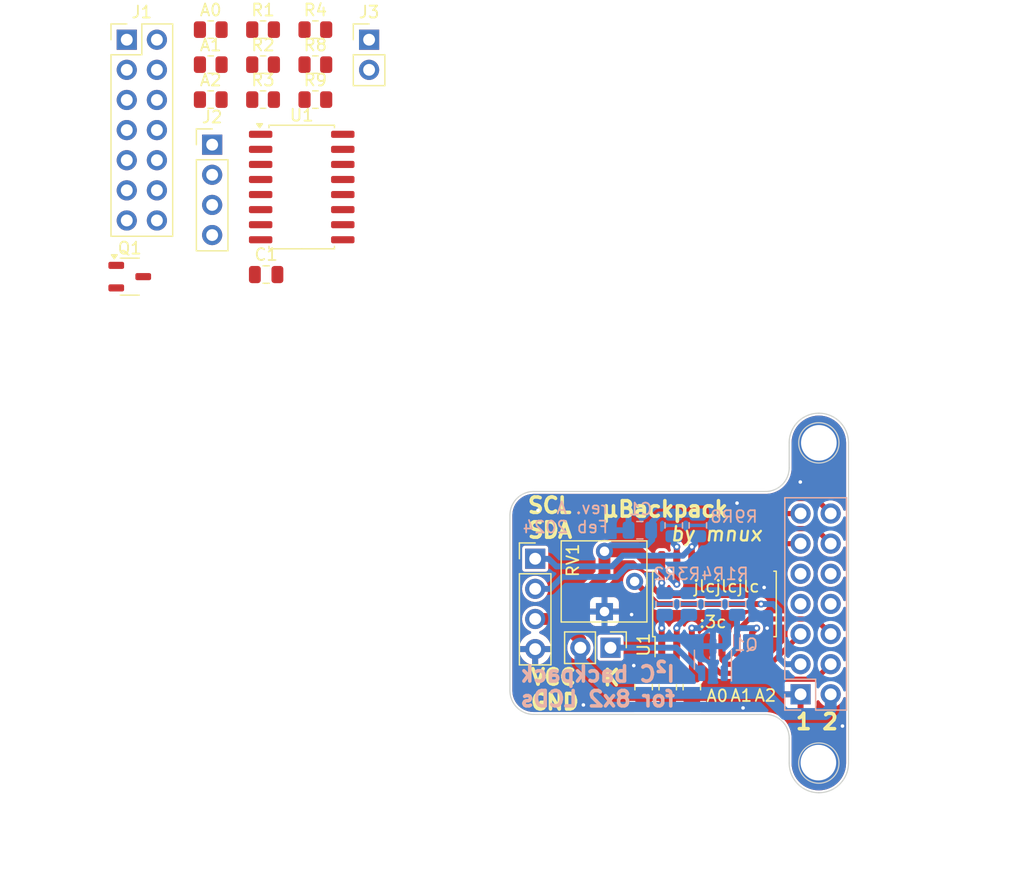
<source format=kicad_pcb>
(kicad_pcb (version 20240108) (generator "pcbnew") (generator_version "8.0")
  (layers (0 "F.Cu" signal) (31 "B.Cu" signal) (34 "B.Paste" user) (35 "F.Paste" user) (36 "B.SilkS" user "B.Silkscreen") (37 "F.SilkS" user "F.Silkscreen") (38 "B.Mask" user) (39 "F.Mask" user) (44 "Edge.Cuts" user))
  (net 0 "")
  (net 1 "GND")
  (net 2 "+5V")
  (net 3 "LCD_3(VO)")
  (net 4 "LCD_4(RS)")
  (net 5 "LCD_5(RW)")
  (net 6 "LCD_6(CS)")
  (net 11 "LCD_11(DB4)")
  (net 12 "LCD_12(DB5)")
  (net 13 "LCD_13(DB6)")
  (net 14 "LCD_14(D7)")
  (net 16 "SCL")
  (net 17 "SDA")
  (net 18 "Net-(J3-Pin_1)")
  (net 19 "Net-(Q1-B)")
  (net 20 "Net-(U1-A0)")
  (net 21 "Net-(U1-A1)")
  (net 22 "Net-(U1-A2)")
  (footprint "Connector_PinHeader_2.54mm:PinHeader_1x02_P2.54mm_Vertical" (layer "F.Cu") (at 42.6085 53.086 -90)
    (property "Reference" "J3" (hide yes))
    (property "Value" "Conn_01x02_Pin")
    (fp_line (start -1.33 3.87) (end 1.33 3.87) (stroke (width 0.12)) (layer "F.SilkS"))
    (fp_line (start -1.33 1.27) (end -1.33 3.87) (stroke (width 0.12)) (layer "F.SilkS"))
    (fp_line (start -1.33 1.27) (end 1.33 1.27) (stroke (width 0.12)) (layer "F.SilkS"))
    (fp_line (start 1.33 1.27) (end 1.33 3.87) (stroke (width 0.12)) (layer "F.SilkS"))
    (fp_line (start -1.33 0) (end -1.33 -1.33) (stroke (width 0.12)) (layer "F.SilkS"))
    (fp_line (start -1.33 -1.33) (end 0 -1.33) (stroke (width 0.12)) (layer "F.SilkS"))
    (pad "1" thru_hole rect (at 0 0 270) (size 1.7 1.7) (drill 1) (layers "*.Cu" "*.Mask") (net 18 "Net-(J3-Pin_1)"))
    (pad "2" thru_hole oval (at 0 2.54 270) (size 1.7 1.7) (drill 1) (layers "*.Cu" "*.Mask") (net 2 "+5V"))
  )
  (footprint "" (layer "F.Cu") (at 53.9115 62.5962 180)
    (property "Reference" "" (at 0 0 0) (layer "F.SilkS") (effects (font (size 1.27 1.27))))
    (property "Value" "" (at 0 0 0) (layer "F.SilkS") (effects (font (size 1.27 1.27))))
    (pad "2" thru_hole oval (at -6.223 -0.1778 180) (size 4.5 4.5) (drill 3) (layers "*.Cu" "*.Mask") (net 1 "GND"))
  )
  (footprint "" (layer "F.Cu") (at 56.4007 35.9008 180)
    (property "Reference" "" (at 0 0 0) (layer "F.SilkS") (effects (font (size 1.27 1.27))))
    (property "Value" "" (at 0 0 0) (layer "F.SilkS") (effects (font (size 1.27 1.27))))
    (pad "2" thru_hole oval (at -3.7738 0.0868 180) (size 4.5 4.5) (drill 3) (layers "*.Cu" "*.Mask") (net 1 "GND"))
  )
  (footprint "Resistor_SMD:R_0805_2012Metric" (layer "F.Cu") (at 13.315 3.925)
    (property "Reference" "R2" (at 0 -1.65 0) (layer "F.SilkS"))
    (property "Value" "10k")
    (fp_line (start -0.227064 -0.735) (end 0.227064 -0.735) (stroke (width 0.12)) (layer "F.SilkS"))
    (fp_line (start -0.227064 0.735) (end 0.227064 0.735) (stroke (width 0.12)) (layer "F.SilkS"))
    (pad "1" smd roundrect (at -0.9125 0) (size 1.025 1.4) (layers "F.Cu" "F.Paste" "F.Mask") (roundrect_rratio 0.243902) (net 20 "Net-(U1-A0)"))
    (pad "2" smd roundrect (at 0.9125 0) (size 1.025 1.4) (layers "F.Cu" "F.Paste" "F.Mask") (roundrect_rratio 0.243902) (net 2 "+5V"))
  )
  (footprint "Connector_PinHeader_2.54mm:PinHeader_1x02_P2.54mm_Vertical" (layer "F.Cu") (at 22.255 1.825)
    (property "Reference" "J3" (at 0 -2.33 0) (layer "F.SilkS"))
    (property "Value" "Conn_01x02_Pin")
    (fp_line (start -1.33 -1.33) (end 0 -1.33) (stroke (width 0.12)) (layer "F.SilkS"))
    (fp_line (start -1.33 0) (end -1.33 -1.33) (stroke (width 0.12)) (layer "F.SilkS"))
    (fp_line (start -1.33 1.27) (end -1.33 3.87) (stroke (width 0.12)) (layer "F.SilkS"))
    (fp_line (start -1.33 1.27) (end 1.33 1.27) (stroke (width 0.12)) (layer "F.SilkS"))
    (fp_line (start -1.33 3.87) (end 1.33 3.87) (stroke (width 0.12)) (layer "F.SilkS"))
    (fp_line (start 1.33 1.27) (end 1.33 3.87) (stroke (width 0.12)) (layer "F.SilkS"))
    (pad "1" thru_hole rect (at 0 0) (size 1.7 1.7) (drill 1) (layers "*.Cu" "*.Mask") (net 18 "Net-(J3-Pin_1)"))
    (pad "2" thru_hole oval (at 0 2.54) (size 1.7 1.7) (drill 1) (layers "*.Cu" "*.Mask") (net 2 "+5V"))
  )
  (footprint "Resistor_SMD:R_0805_2012Metric" (layer "F.Cu") (at 47.4345 56.4115 90)
    (property "Reference" "A1" (at -0.7076 6.2052 0) (layer "F.SilkS"))
    (property "Value" "0")
    (fp_line (start -0.227064 -0.735) (end 0.227064 -0.735) (stroke (width 0.12)) (layer "F.SilkS"))
    (fp_line (start -0.227064 0.735) (end 0.227064 0.735) (stroke (width 0.12)) (layer "F.SilkS"))
    (pad "1" smd roundrect (at -0.9125 0 90) (size 1.025 1.4) (layers "F.Cu" "F.Paste" "F.Mask") (roundrect_rratio 0.243902439) (net 1 "GND"))
    (pad "2" smd roundrect (at 0.9125 0 90) (size 1.025 1.4) (layers "F.Cu" "F.Paste" "F.Mask") (roundrect_rratio 0.243902439) (net 21 "Net-(U1-A1)"))
  )
  (footprint "Connector_PinHeader_2.54mm:PinHeader_2x07_P2.54mm_Vertical" (layer "F.Cu") (at 1.825 1.825)
    (property "Reference" "J1" (at 1.27 -2.33 0) (layer "F.SilkS"))
    (property "Value" "Conn_02x07_Counter_Clockwise")
    (fp_line (start -1.33 -1.33) (end 0 -1.33) (stroke (width 0.12)) (layer "F.SilkS"))
    (fp_line (start -1.33 0) (end -1.33 -1.33) (stroke (width 0.12)) (layer "F.SilkS"))
    (fp_line (start -1.33 1.27) (end -1.33 16.57) (stroke (width 0.12)) (layer "F.SilkS"))
    (fp_line (start -1.33 1.27) (end 1.27 1.27) (stroke (width 0.12)) (layer "F.SilkS"))
    (fp_line (start -1.33 16.57) (end 3.87 16.57) (stroke (width 0.12)) (layer "F.SilkS"))
    (fp_line (start 1.27 -1.33) (end 3.87 -1.33) (stroke (width 0.12)) (layer "F.SilkS"))
    (fp_line (start 1.27 1.27) (end 1.27 -1.33) (stroke (width 0.12)) (layer "F.SilkS"))
    (fp_line (start 3.87 -1.33) (end 3.87 16.57) (stroke (width 0.12)) (layer "F.SilkS"))
    (pad "1" thru_hole rect (at 0 0) (size 1.7 1.7) (drill 1) (layers "*.Cu" "*.Mask") (net 1 "GND"))
    (pad "2" thru_hole oval (at 2.54 0) (size 1.7 1.7) (drill 1) (layers "*.Cu" "*.Mask") (net 2 "+5V"))
    (pad "3" thru_hole oval (at 0 2.54) (size 1.7 1.7) (drill 1) (layers "*.Cu" "*.Mask") (net 3 "LCD_3(VO)"))
    (pad "4" thru_hole oval (at 2.54 2.54) (size 1.7 1.7) (drill 1) (layers "*.Cu" "*.Mask") (net 4 "LCD_4(RS)"))
    (pad "5" thru_hole oval (at 0 5.08) (size 1.7 1.7) (drill 1) (layers "*.Cu" "*.Mask") (net 5 "LCD_5(RW)"))
    (pad "6" thru_hole oval (at 2.54 5.08) (size 1.7 1.7) (drill 1) (layers "*.Cu" "*.Mask") (net 6 "LCD_6(CS)"))
    (pad "7" thru_hole oval (at 0 7.62) (size 1.7 1.7) (drill 1) (layers "*.Cu" "*.Mask"))
    (pad "8" thru_hole oval (at 2.54 7.62) (size 1.7 1.7) (drill 1) (layers "*.Cu" "*.Mask"))
    (pad "9" thru_hole oval (at 0 10.16) (size 1.7 1.7) (drill 1) (layers "*.Cu" "*.Mask"))
    (pad "10" thru_hole oval (at 2.54 10.16) (size 1.7 1.7) (drill 1) (layers "*.Cu" "*.Mask"))
    (pad "11" thru_hole oval (at 0 12.7) (size 1.7 1.7) (drill 1) (layers "*.Cu" "*.Mask") (net 11 "LCD_11(DB4)"))
    (pad "12" thru_hole oval (at 2.54 12.7) (size 1.7 1.7) (drill 1) (layers "*.Cu" "*.Mask") (net 12 "LCD_12(DB5)"))
    (pad "13" thru_hole oval (at 0 15.24) (size 1.7 1.7) (drill 1) (layers "*.Cu" "*.Mask") (net 13 "LCD_13(DB6)"))
    (pad "14" thru_hole oval (at 2.54 15.24) (size 1.7 1.7) (drill 1) (layers "*.Cu" "*.Mask") (net 14 "LCD_14(D7)"))
  )
  (footprint "OK1NYA:Potentiometer_Bourns_3362P_Vertical" (layer "F.Cu") (at 42.1005 50.038)
    (property "Reference" "RV1" (at -2.667 -4.318 90) (layer "F.SilkS"))
    (property "Value" "R_Potentiometer")
    (fp_line (start -3.65 -5.96) (end -3.65 0.88) (stroke (width 0.12)) (layer "F.SilkS"))
    (fp_line (start -3.65 -5.96) (end 3.58 -5.96) (stroke (width 0.12)) (layer "F.SilkS"))
    (fp_line (start -3.65 0.88) (end 3.58 0.88) (stroke (width 0.12)) (layer "F.SilkS"))
    (fp_line (start 3.58 -5.96) (end 3.58 0.88) (stroke (width 0.12)) (layer "F.SilkS"))
    (pad "1" thru_hole rect (at 0 0) (size 1.44 1.44) (drill 0.8) (layers "*.Cu" "*.Mask") (net 1 "GND"))
    (pad "2" thru_hole circle (at 2.54 -2.54) (size 1.44 1.44) (drill 0.8) (layers "*.Cu" "*.Mask") (net 3 "LCD_3(VO)"))
    (pad "3" thru_hole circle (at 0 -5.08) (size 1.44 1.44) (drill 0.8) (layers "*.Cu" "*.Mask") (net 2 "+5V"))
  )
  (footprint "Resistor_SMD:R_0805_2012Metric" (layer "F.Cu") (at 8.905 6.875)
    (property "Reference" "A2" (at 0 -1.65 0) (layer "F.SilkS"))
    (property "Value" "0")
    (fp_line (start -0.227064 -0.735) (end 0.227064 -0.735) (stroke (width 0.12)) (layer "F.SilkS"))
    (fp_line (start -0.227064 0.735) (end 0.227064 0.735) (stroke (width 0.12)) (layer "F.SilkS"))
    (pad "1" smd roundrect (at -0.9125 0) (size 1.025 1.4) (layers "F.Cu" "F.Paste" "F.Mask") (roundrect_rratio 0.243902) (net 1 "GND"))
    (pad "2" smd roundrect (at 0.9125 0) (size 1.025 1.4) (layers "F.Cu" "F.Paste" "F.Mask") (roundrect_rratio 0.243902) (net 22 "Net-(U1-A2)"))
  )
  (footprint "Resistor_SMD:R_0805_2012Metric" (layer "F.Cu") (at 17.725 0.975)
    (property "Reference" "R4" (at 0 -1.65 0) (layer "F.SilkS"))
    (property "Value" "10k")
    (fp_line (start -0.227064 -0.735) (end 0.227064 -0.735) (stroke (width 0.12)) (layer "F.SilkS"))
    (fp_line (start -0.227064 0.735) (end 0.227064 0.735) (stroke (width 0.12)) (layer "F.SilkS"))
    (pad "1" smd roundrect (at -0.9125 0) (size 1.025 1.4) (layers "F.Cu" "F.Paste" "F.Mask") (roundrect_rratio 0.243902) (net 22 "Net-(U1-A2)"))
    (pad "2" smd roundrect (at 0.9125 0) (size 1.025 1.4) (layers "F.Cu" "F.Paste" "F.Mask") (roundrect_rratio 0.243902) (net 2 "+5V"))
  )
  (footprint "Package_SO:SO-16_5.3x10.2mm_P1.27mm" (layer "F.Cu") (at 16.575 14.245)
    (property "Reference" "U1" (at 0 -6.05 0) (layer "F.SilkS"))
    (property "Value" "PCF8574")
    (fp_line (start -2.76 -5.21) (end -2.76 -5.005) (stroke (width 0.12)) (layer "F.SilkS"))
    (fp_line (start -2.76 5.21) (end -2.76 5.005) (stroke (width 0.12)) (layer "F.SilkS"))
    (fp_line (start 0 -5.21) (end -2.76 -5.21) (stroke (width 0.12)) (layer "F.SilkS"))
    (fp_line (start 0 -5.21) (end 2.76 -5.21) (stroke (width 0.12)) (layer "F.SilkS"))
    (fp_line (start 0 5.21) (end -2.76 5.21) (stroke (width 0.12)) (layer "F.SilkS"))
    (fp_line (start 0 5.21) (end 2.76 5.21) (stroke (width 0.12)) (layer "F.SilkS"))
    (fp_line (start 2.76 -5.21) (end 2.76 -5.005) (stroke (width 0.12)) (layer "F.SilkS"))
    (fp_line (start 2.76 5.21) (end 2.76 5.005) (stroke (width 0.12)) (layer "F.SilkS"))
    (fp_poly (pts (xy -3.55 -5.005) (xy -3.79 -5.335) (xy -3.31 -5.335) (xy -3.55 -5.005)) (stroke (width 0.12)) (fill solid) (layer "F.SilkS"))
    (pad "1" smd roundrect (at -3.4625 -4.445) (size 1.975 0.6) (layers "F.Cu" "F.Paste" "F.Mask") (net 20 "Net-(U1-A0)"))
    (pad "2" smd roundrect (at -3.4625 -3.175) (size 1.975 0.6) (layers "F.Cu" "F.Paste" "F.Mask") (net 21 "Net-(U1-A1)"))
    (pad "3" smd roundrect (at -3.4625 -1.905) (size 1.975 0.6) (layers "F.Cu" "F.Paste" "F.Mask") (net 22 "Net-(U1-A2)"))
    (pad "4" smd roundrect (at -3.4625 -0.635) (size 1.975 0.6) (layers "F.Cu" "F.Paste" "F.Mask") (net 4 "LCD_4(RS)"))
    (pad "5" smd roundrect (at -3.4625 0.635) (size 1.975 0.6) (layers "F.Cu" "F.Paste" "F.Mask") (net 5 "LCD_5(RW)"))
    (pad "6" smd roundrect (at -3.4625 1.905) (size 1.975 0.6) (layers "F.Cu" "F.Paste" "F.Mask") (net 6 "LCD_6(CS)"))
    (pad "7" smd roundrect (at -3.4625 3.175) (size 1.975 0.6) (layers "F.Cu" "F.Paste" "F.Mask") (net 19 "Net-(Q1-B)"))
    (pad "8" smd roundrect (at -3.4625 4.445) (size 1.975 0.6) (layers "F.Cu" "F.Paste" "F.Mask") (net 1 "GND"))
    (pad "9" smd roundrect (at 3.4625 4.445) (size 1.975 0.6) (layers "F.Cu" "F.Paste" "F.Mask") (net 11 "LCD_11(DB4)"))
    (pad "10" smd roundrect (at 3.4625 3.175) (size 1.975 0.6) (layers "F.Cu" "F.Paste" "F.Mask") (net 12 "LCD_12(DB5)"))
    (pad "11" smd roundrect (at 3.4625 1.905) (size 1.975 0.6) (layers "F.Cu" "F.Paste" "F.Mask") (net 13 "LCD_13(DB6)"))
    (pad "12" smd roundrect (at 3.4625 0.635) (size 1.975 0.6) (layers "F.Cu" "F.Paste" "F.Mask") (net 14 "LCD_14(D7)"))
    (pad "13" smd roundrect (at 3.4625 -0.635) (size 1.975 0.6) (layers "F.Cu" "F.Paste" "F.Mask"))
    (pad "14" smd roundrect (at 3.4625 -1.905) (size 1.975 0.6) (layers "F.Cu" "F.Paste" "F.Mask") (net 16 "SCL"))
    (pad "15" smd roundrect (at 3.4625 -3.175) (size 1.975 0.6) (layers "F.Cu" "F.Paste" "F.Mask") (net 17 "SDA"))
    (pad "16" smd roundrect (at 3.4625 -4.445) (size 1.975 0.6) (layers "F.Cu" "F.Paste" "F.Mask") (net 2 "+5V"))
  )
  (footprint "Capacitor_SMD:C_0805_2012Metric" (layer "F.Cu") (at 13.575 21.625)
    (property "Reference" "C1" (at 0 -1.68 0) (layer "F.SilkS"))
    (property "Value" "C")
    (fp_line (start -0.261252 -0.735) (end 0.261252 -0.735) (stroke (width 0.12)) (layer "F.SilkS"))
    (fp_line (start -0.261252 0.735) (end 0.261252 0.735) (stroke (width 0.12)) (layer "F.SilkS"))
    (pad "1" smd roundrect (at -0.95 0) (size 1 1.45) (layers "F.Cu" "F.Paste" "F.Mask") (net 1 "GND"))
    (pad "2" smd roundrect (at 0.95 0) (size 1 1.45) (layers "F.Cu" "F.Paste" "F.Mask") (net 2 "+5V"))
  )
  (footprint "Package_TO_SOT_SMD:SOT-23-3" (layer "F.Cu") (at 2.075 21.8)
    (property "Reference" "Q1" (at 0 -2.4 0) (layer "F.SilkS"))
    (property "Value" "NPN")
    (fp_line (start 0 -1.56) (end -0.8 -1.56) (stroke (width 0.12)) (layer "F.SilkS"))
    (fp_line (start 0 -1.56) (end 0.8 -1.56) (stroke (width 0.12)) (layer "F.SilkS"))
    (fp_line (start 0 1.56) (end -0.8 1.56) (stroke (width 0.12)) (layer "F.SilkS"))
    (fp_line (start 0 1.56) (end 0.8 1.56) (stroke (width 0.12)) (layer "F.SilkS"))
    (fp_poly (pts (xy -1.3 -1.51) (xy -1.54 -1.84) (xy -1.06 -1.84) (xy -1.3 -1.51)) (stroke (width 0.12)) (fill solid) (layer "F.SilkS"))
    (pad "1" smd roundrect (at -1.1375 -0.95) (size 1.325 0.6) (layers "F.Cu" "F.Paste" "F.Mask") (net 18 "Net-(J3-Pin_1)"))
    (pad "2" smd roundrect (at -1.1375 0.95) (size 1.325 0.6) (layers "F.Cu" "F.Paste" "F.Mask") (net 19 "Net-(Q1-B)"))
    (pad "3" smd roundrect (at 1.1375 0) (size 1.325 0.6) (layers "F.Cu" "F.Paste" "F.Mask") (net 1 "GND"))
  )
  (footprint "Resistor_SMD:R_0805_2012Metric" (layer "F.Cu") (at 45.4025 56.4115 90)
    (property "Reference" "A0" (at -0.733 6.2052 0) (layer "F.SilkS"))
    (property "Value" "0")
    (fp_line (start -0.227064 -0.735) (end 0.227064 -0.735) (stroke (width 0.12)) (layer "F.SilkS"))
    (fp_line (start -0.227064 0.735) (end 0.227064 0.735) (stroke (width 0.12)) (layer "F.SilkS"))
    (pad "1" smd roundrect (at -0.9125 0 90) (size 1.025 1.4) (layers "F.Cu" "F.Paste" "F.Mask") (roundrect_rratio 0.243902439) (net 1 "GND"))
    (pad "2" smd roundrect (at 0.9125 0 90) (size 1.025 1.4) (layers "F.Cu" "F.Paste" "F.Mask") (roundrect_rratio 0.243902439) (net 20 "Net-(U1-A0)"))
  )
  (footprint "Resistor_SMD:R_0805_2012Metric" (layer "F.Cu") (at 8.905 3.925)
    (property "Reference" "A1" (at 0 -1.65 0) (layer "F.SilkS"))
    (property "Value" "0")
    (fp_line (start -0.227064 -0.735) (end 0.227064 -0.735) (stroke (width 0.12)) (layer "F.SilkS"))
    (fp_line (start -0.227064 0.735) (end 0.227064 0.735) (stroke (width 0.12)) (layer "F.SilkS"))
    (pad "1" smd roundrect (at -0.9125 0) (size 1.025 1.4) (layers "F.Cu" "F.Paste" "F.Mask") (roundrect_rratio 0.243902) (net 1 "GND"))
    (pad "2" smd roundrect (at 0.9125 0) (size 1.025 1.4) (layers "F.Cu" "F.Paste" "F.Mask") (roundrect_rratio 0.243902) (net 21 "Net-(U1-A1)"))
  )
  (footprint "Resistor_SMD:R_0805_2012Metric" (layer "F.Cu") (at 13.315 0.975)
    (property "Reference" "R1" (at 0 -1.65 0) (layer "F.SilkS"))
    (property "Value" "R")
    (fp_line (start -0.227064 -0.735) (end 0.227064 -0.735) (stroke (width 0.12)) (layer "F.SilkS"))
    (fp_line (start -0.227064 0.735) (end 0.227064 0.735) (stroke (width 0.12)) (layer "F.SilkS"))
    (pad "1" smd roundrect (at -0.9125 0) (size 1.025 1.4) (layers "F.Cu" "F.Paste" "F.Mask") (roundrect_rratio 0.243902) (net 2 "+5V"))
    (pad "2" smd roundrect (at 0.9125 0) (size 1.025 1.4) (layers "F.Cu" "F.Paste" "F.Mask") (roundrect_rratio 0.243902) (net 19 "Net-(Q1-B)"))
  )
  (footprint "Connector_PinHeader_2.54mm:PinHeader_1x04_P2.54mm_Vertical" (layer "F.Cu") (at 9.025 10.675)
    (property "Reference" "J2" (at 0 -2.33 0) (layer "F.SilkS"))
    (property "Value" "Conn_01x04_Pin")
    (fp_line (start -1.33 -1.33) (end 0 -1.33) (stroke (width 0.12)) (layer "F.SilkS"))
    (fp_line (start -1.33 0) (end -1.33 -1.33) (stroke (width 0.12)) (layer "F.SilkS"))
    (fp_line (start -1.33 1.27) (end -1.33 8.95) (stroke (width 0.12)) (layer "F.SilkS"))
    (fp_line (start -1.33 1.27) (end 1.33 1.27) (stroke (width 0.12)) (layer "F.SilkS"))
    (fp_line (start -1.33 8.95) (end 1.33 8.95) (stroke (width 0.12)) (layer "F.SilkS"))
    (fp_line (start 1.33 1.27) (end 1.33 8.95) (stroke (width 0.12)) (layer "F.SilkS"))
    (pad "1" thru_hole rect (at 0 0) (size 1.7 1.7) (drill 1) (layers "*.Cu" "*.Mask") (net 16 "SCL"))
    (pad "2" thru_hole oval (at 0 2.54) (size 1.7 1.7) (drill 1) (layers "*.Cu" "*.Mask") (net 17 "SDA"))
    (pad "3" thru_hole oval (at 0 5.08) (size 1.7 1.7) (drill 1) (layers "*.Cu" "*.Mask") (net 2 "+5V"))
    (pad "4" thru_hole oval (at 0 7.62) (size 1.7 1.7) (drill 1) (layers "*.Cu" "*.Mask") (net 1 "GND"))
  )
  (footprint "Resistor_SMD:R_0805_2012Metric" (layer "F.Cu") (at 8.905 0.975)
    (property "Reference" "A0" (at 0 -1.65 0) (layer "F.SilkS"))
    (property "Value" "0")
    (fp_line (start -0.227064 -0.735) (end 0.227064 -0.735) (stroke (width 0.12)) (layer "F.SilkS"))
    (fp_line (start -0.227064 0.735) (end 0.227064 0.735) (stroke (width 0.12)) (layer "F.SilkS"))
    (pad "1" smd roundrect (at -0.9125 0) (size 1.025 1.4) (layers "F.Cu" "F.Paste" "F.Mask") (roundrect_rratio 0.243902) (net 1 "GND"))
    (pad "2" smd roundrect (at 0.9125 0) (size 1.025 1.4) (layers "F.Cu" "F.Paste" "F.Mask") (roundrect_rratio 0.243902) (net 20 "Net-(U1-A0)"))
  )
  (footprint "Connector_PinHeader_2.54mm:PinHeader_1x04_P2.54mm_Vertical" (layer "F.Cu") (at 36.2585 45.584)
    (property "Reference" "J2" (hide yes))
    (property "Value" "Conn_01x04_Pin")
    (fp_line (start -1.33 -1.33) (end 0 -1.33) (stroke (width 0.12)) (layer "F.SilkS"))
    (fp_line (start -1.33 0) (end -1.33 -1.33) (stroke (width 0.12)) (layer "F.SilkS"))
    (fp_line (start -1.33 1.27) (end -1.33 8.95) (stroke (width 0.12)) (layer "F.SilkS"))
    (fp_line (start -1.33 1.27) (end 1.33 1.27) (stroke (width 0.12)) (layer "F.SilkS"))
    (fp_line (start -1.33 8.95) (end 1.33 8.95) (stroke (width 0.12)) (layer "F.SilkS"))
    (fp_line (start 1.33 1.27) (end 1.33 8.95) (stroke (width 0.12)) (layer "F.SilkS"))
    (pad "1" thru_hole rect (at 0 0) (size 1.7 1.7) (drill 1) (layers "*.Cu" "*.Mask") (net 16 "SCL"))
    (pad "2" thru_hole oval (at 0 2.54) (size 1.7 1.7) (drill 1) (layers "*.Cu" "*.Mask") (net 17 "SDA"))
    (pad "3" thru_hole oval (at 0 5.08) (size 1.7 1.7) (drill 1) (layers "*.Cu" "*.Mask") (net 2 "+5V"))
    (pad "4" thru_hole oval (at 0 7.62) (size 1.7 1.7) (drill 1) (layers "*.Cu" "*.Mask") (net 1 "GND"))
  )
  (footprint "Resistor_SMD:R_0805_2012Metric" (layer "F.Cu") (at 17.725 6.875)
    (property "Reference" "R9" (at 0 -1.65 0) (layer "F.SilkS"))
    (property "Value" "4k7")
    (fp_line (start -0.227064 -0.735) (end 0.227064 -0.735) (stroke (width 0.12)) (layer "F.SilkS"))
    (fp_line (start -0.227064 0.735) (end 0.227064 0.735) (stroke (width 0.12)) (layer "F.SilkS"))
    (pad "1" smd roundrect (at -0.9125 0) (size 1.025 1.4) (layers "F.Cu" "F.Paste" "F.Mask") (roundrect_rratio 0.243902) (net 16 "SCL"))
    (pad "2" smd roundrect (at 0.9125 0) (size 1.025 1.4) (layers "F.Cu" "F.Paste" "F.Mask") (roundrect_rratio 0.243902) (net 2 "+5V"))
  )
  (footprint "Resistor_SMD:R_0805_2012Metric" (layer "F.Cu") (at 49.4665 56.4115 90)
    (property "Reference" "A2" (at -0.7076 6.2052 0) (layer "F.SilkS"))
    (property "Value" "0")
    (fp_line (start -0.227064 -0.735) (end 0.227064 -0.735) (stroke (width 0.12)) (layer "F.SilkS"))
    (fp_line (start -0.227064 0.735) (end 0.227064 0.735) (stroke (width 0.12)) (layer "F.SilkS"))
    (pad "1" smd roundrect (at -0.9125 0 90) (size 1.025 1.4) (layers "F.Cu" "F.Paste" "F.Mask") (roundrect_rratio 0.243902439) (net 1 "GND"))
    (pad "2" smd roundrect (at 0.9125 0 90) (size 1.025 1.4) (layers "F.Cu" "F.Paste" "F.Mask") (roundrect_rratio 0.243902439) (net 22 "Net-(U1-A2)"))
  )
  (footprint "Package_SO:SO-16_5.3x10.2mm_P1.27mm" (layer "F.Cu") (at 51.3715 49.394 90)
    (property "Reference" "U1" (hide yes))
    (property "Value" "PCF8574")
    (fp_line (start 2.76 -5.21) (end 2.76 -5.005) (stroke (width 0.12)) (layer "F.SilkS"))
    (fp_line (start 0 -5.21) (end 2.76 -5.21) (stroke (width 0.12)) (layer "F.SilkS"))
    (fp_line (start 0 -5.21) (end -2.76 -5.21) (stroke (width 0.12)) (layer "F.SilkS"))
    (fp_line (start -2.76 -5.21) (end -2.76 -5.005) (stroke (width 0.12)) (layer "F.SilkS"))
    (fp_line (start -2.76 -5.005) (end -4.45 -5.005) (stroke (width 0.12)) (layer "F.SilkS"))
    (fp_line (start 2.76 5.21) (end 2.76 5.005) (stroke (width 0.12)) (layer "F.SilkS"))
    (fp_line (start 0 5.21) (end 2.76 5.21) (stroke (width 0.12)) (layer "F.SilkS"))
    (fp_line (start 0 5.21) (end -2.76 5.21) (stroke (width 0.12)) (layer "F.SilkS"))
    (fp_line (start -2.76 5.21) (end -2.76 5.005) (stroke (width 0.12)) (layer "F.SilkS"))
    (pad "1" smd roundrect (at -3.4625 -4.445 90) (size 1.975 0.6) (layers "F.Cu" "F.Paste" "F.Mask") (net 20 "Net-(U1-A0)"))
    (pad "2" smd roundrect (at -3.4625 -3.175 90) (size 1.975 0.6) (layers "F.Cu" "F.Paste" "F.Mask") (net 21 "Net-(U1-A1)"))
    (pad "3" smd roundrect (at -3.4625 -1.905 90) (size 1.975 0.6) (layers "F.Cu" "F.Paste" "F.Mask") (net 22 "Net-(U1-A2)"))
    (pad "4" smd roundrect (at -3.4625 -0.635 90) (size 1.975 0.6) (layers "F.Cu" "F.Paste" "F.Mask") (net 4 "LCD_4(RS)"))
    (pad "5" smd roundrect (at -3.4625 0.635 90) (size 1.975 0.6) (layers "F.Cu" "F.Paste" "F.Mask") (net 5 "LCD_5(RW)"))
    (pad "6" smd roundrect (at -3.4625 1.905 90) (size 1.975 0.6) (layers "F.Cu" "F.Paste" "F.Mask") (net 6 "LCD_6(CS)"))
    (pad "7" smd roundrect (at -3.4625 3.175 90) (size 1.975 0.6) (layers "F.Cu" "F.Paste" "F.Mask") (net 19 "Net-(Q1-B)"))
    (pad "8" smd roundrect (at -3.4625 4.445 90) (size 1.975 0.6) (layers "F.Cu" "F.Paste" "F.Mask") (net 1 "GND"))
    (pad "9" smd roundrect (at 3.4625 4.445 90) (size 1.975 0.6) (layers "F.Cu" "F.Paste" "F.Mask") (net 11 "LCD_11(DB4)"))
    (pad "10" smd roundrect (at 3.4625 3.175 90) (size 1.975 0.6) (layers "F.Cu" "F.Paste" "F.Mask") (net 12 "LCD_12(DB5)"))
    (pad "11" smd roundrect (at 3.4625 1.905 90) (size 1.975 0.6) (layers "F.Cu" "F.Paste" "F.Mask") (net 13 "LCD_13(DB6)"))
    (pad "12" smd roundrect (at 3.4625 0.635 90) (size 1.975 0.6) (layers "F.Cu" "F.Paste" "F.Mask") (net 14 "LCD_14(D7)"))
    (pad "13" smd roundrect (at 3.4625 -0.635 90) (size 1.975 0.6) (layers "F.Cu" "F.Paste" "F.Mask"))
    (pad "14" smd roundrect (at 3.4625 -1.905 90) (size 1.975 0.6) (layers "F.Cu" "F.Paste" "F.Mask") (net 16 "SCL"))
    (pad "15" smd roundrect (at 3.4625 -3.175 90) (size 1.975 0.6) (layers "F.Cu" "F.Paste" "F.Mask") (net 17 "SDA"))
    (pad "16" smd roundrect (at 3.4625 -4.445 90) (size 1.975 0.6) (layers "F.Cu" "F.Paste" "F.Mask") (net 2 "+5V"))
  )
  (footprint "Resistor_SMD:R_0805_2012Metric" (layer "F.Cu") (at 17.725 3.925)
    (property "Reference" "R8" (at 0 -1.65 0) (layer "F.SilkS"))
    (property "Value" "4k7")
    (fp_line (start -0.227064 -0.735) (end 0.227064 -0.735) (stroke (width 0.12)) (layer "F.SilkS"))
    (fp_line (start -0.227064 0.735) (end 0.227064 0.735) (stroke (width 0.12)) (layer "F.SilkS"))
    (pad "1" smd roundrect (at -0.9125 0) (size 1.025 1.4) (layers "F.Cu" "F.Paste" "F.Mask") (roundrect_rratio 0.243902) (net 17 "SDA"))
    (pad "2" smd roundrect (at 0.9125 0) (size 1.025 1.4) (layers "F.Cu" "F.Paste" "F.Mask") (roundrect_rratio 0.243902) (net 2 "+5V"))
  )
  (footprint "Resistor_SMD:R_0805_2012Metric" (layer "F.Cu") (at 13.315 6.875)
    (property "Reference" "R3" (at 0 -1.65 0) (layer "F.SilkS"))
    (property "Value" "10k")
    (fp_line (start -0.227064 -0.735) (end 0.227064 -0.735) (stroke (width 0.12)) (layer "F.SilkS"))
    (fp_line (start -0.227064 0.735) (end 0.227064 0.735) (stroke (width 0.12)) (layer "F.SilkS"))
    (pad "1" smd roundrect (at -0.9125 0) (size 1.025 1.4) (layers "F.Cu" "F.Paste" "F.Mask") (roundrect_rratio 0.243902) (net 21 "Net-(U1-A1)"))
    (pad "2" smd roundrect (at 0.9125 0) (size 1.025 1.4) (layers "F.Cu" "F.Paste" "F.Mask") (roundrect_rratio 0.243902) (net 2 "+5V"))
  )
  (footprint "Resistor_SMD:R_0805_2012Metric" (layer "B.Cu") (at 49.2125 49.403 90)
    (property "Reference" "R3" (at 2.54 0 0) (layer "B.SilkS") (effects (justify mirror)))
    (property "Value" "10k")
    (fp_line (start -0.227064 -0.735) (end 0.227064 -0.735) (stroke (width 0.12)) (layer "B.SilkS"))
    (fp_line (start -0.227064 0.735) (end 0.227064 0.735) (stroke (width 0.12)) (layer "B.SilkS"))
    (pad "1" smd roundrect (at -0.9125 0 90) (size 1.025 1.4) (layers "B.Cu" "B.Paste" "B.Mask") (roundrect_rratio 0.243902439) (net 21 "Net-(U1-A1)"))
    (pad "2" smd roundrect (at 0.9125 0 90) (size 1.025 1.4) (layers "B.Cu" "B.Paste" "B.Mask") (roundrect_rratio 0.243902439) (net 2 "+5V"))
  )
  (footprint "Capacitor_SMD:C_0805_2012Metric" (layer "B.Cu") (at 45.0825 43.18)
    (property "Reference" "C1" (at 0.066 -1.778 0) (layer "B.SilkS") (effects (justify mirror)))
    (property "Value" "C")
    (fp_line (start -0.261252 -0.735) (end 0.261252 -0.735) (stroke (width 0.12)) (layer "B.SilkS"))
    (fp_line (start -0.261252 0.735) (end 0.261252 0.735) (stroke (width 0.12)) (layer "B.SilkS"))
    (pad "1" smd roundrect (at -0.95 0) (size 1 1.45) (layers "B.Cu" "B.Paste" "B.Mask") (net 1 "GND"))
    (pad "2" smd roundrect (at 0.95 0) (size 1 1.45) (layers "B.Cu" "B.Paste" "B.Mask") (net 2 "+5V"))
  )
  (footprint "Resistor_SMD:R_0805_2012Metric" (layer "B.Cu") (at 53.2765 49.403 -90)
    (property "Reference" "R1" (at -2.54 0 0) (layer "B.SilkS") (effects (justify mirror)))
    (property "Value" "R")
    (fp_line (start -0.227064 0.735) (end 0.227064 0.735) (stroke (width 0.12)) (layer "B.SilkS"))
    (fp_line (start -0.227064 -0.735) (end 0.227064 -0.735) (stroke (width 0.12)) (layer "B.SilkS"))
    (pad "1" smd roundrect (at -0.9125 0 270) (size 1.025 1.4) (layers "B.Cu" "B.Paste" "B.Mask") (roundrect_rratio 0.243902439) (net 2 "+5V"))
    (pad "2" smd roundrect (at 0.9125 0 270) (size 1.025 1.4) (layers "B.Cu" "B.Paste" "B.Mask") (roundrect_rratio 0.243902439) (net 19 "Net-(Q1-B)"))
  )
  (footprint "Connector_PinHeader_2.54mm:PinHeader_2x07_P2.54mm_Vertical" (layer "B.Cu") (at 58.6345 57.014)
    (property "Reference" "J1" (hide yes))
    (property "Value" "Conn_02x07_Counter_Clockwise")
    (fp_line (start -1.33 -16.57) (end 3.87 -16.57) (stroke (width 0.12)) (layer "B.SilkS"))
    (fp_line (start -1.33 -1.27) (end -1.33 -16.57) (stroke (width 0.12)) (layer "B.SilkS"))
    (fp_line (start -1.33 -1.27) (end 1.27 -1.27) (stroke (width 0.12)) (layer "B.SilkS"))
    (fp_line (start -1.33 0) (end -1.33 1.33) (stroke (width 0.12)) (layer "B.SilkS"))
    (fp_line (start -1.33 1.33) (end 0 1.33) (stroke (width 0.12)) (layer "B.SilkS"))
    (fp_line (start 1.27 -1.27) (end 1.27 1.33) (stroke (width 0.12)) (layer "B.SilkS"))
    (fp_line (start 1.27 1.33) (end 3.87 1.33) (stroke (width 0.12)) (layer "B.SilkS"))
    (fp_line (start 3.87 1.33) (end 3.87 -16.57) (stroke (width 0.12)) (layer "B.SilkS"))
    (pad "1" thru_hole rect (at 0 0) (size 1.7 1.7) (drill 1) (layers "*.Cu" "*.Mask") (net 1 "GND"))
    (pad "2" thru_hole oval (at 2.54 0) (size 1.7 1.7) (drill 1) (layers "*.Cu" "*.Mask") (net 2 "+5V"))
    (pad "3" thru_hole oval (at 0 -2.54) (size 1.7 1.7) (drill 1) (layers "*.Cu" "*.Mask") (net 3 "LCD_3(VO)"))
    (pad "4" thru_hole oval (at 2.54 -2.54) (size 1.7 1.7) (drill 1) (layers "*.Cu" "*.Mask") (net 4 "LCD_4(RS)"))
    (pad "5" thru_hole oval (at 0 -5.08) (size 1.7 1.7) (drill 1) (layers "*.Cu" "*.Mask") (net 5 "LCD_5(RW)"))
    (pad "6" thru_hole oval (at 2.54 -5.08) (size 1.7 1.7) (drill 1) (layers "*.Cu" "*.Mask") (net 6 "LCD_6(CS)"))
    (pad "7" thru_hole oval (at 0 -7.62) (size 1.7 1.7) (drill 1) (layers "*.Cu" "*.Mask"))
    (pad "8" thru_hole oval (at 2.54 -7.62) (size 1.7 1.7) (drill 1) (layers "*.Cu" "*.Mask"))
    (pad "9" thru_hole oval (at 0 -10.16) (size 1.7 1.7) (drill 1) (layers "*.Cu" "*.Mask"))
    (pad "10" thru_hole oval (at 2.54 -10.16) (size 1.7 1.7) (drill 1) (layers "*.Cu" "*.Mask"))
    (pad "11" thru_hole oval (at 0 -12.7) (size 1.7 1.7) (drill 1) (layers "*.Cu" "*.Mask") (net 11 "LCD_11(DB4)"))
    (pad "12" thru_hole oval (at 2.54 -12.7) (size 1.7 1.7) (drill 1) (layers "*.Cu" "*.Mask") (net 12 "LCD_12(DB5)"))
    (pad "13" thru_hole oval (at 0 -15.24) (size 1.7 1.7) (drill 1) (layers "*.Cu" "*.Mask") (net 13 "LCD_13(DB6)"))
    (pad "14" thru_hole oval (at 2.54 -15.24) (size 1.7 1.7) (drill 1) (layers "*.Cu" "*.Mask") (net 14 "LCD_14(D7)"))
  )
  (footprint "Resistor_SMD:R_0805_2012Metric" (layer "B.Cu") (at 47.9425 42.7755 90)
    (property "Reference" "R8" (at 0.7385 4.064 0) (layer "B.SilkS") (effects (justify mirror)))
    (property "Value" "4k7")
    (fp_line (start -0.227064 -0.735) (end 0.227064 -0.735) (stroke (width 0.12)) (layer "B.SilkS"))
    (fp_line (start -0.227064 0.735) (end 0.227064 0.735) (stroke (width 0.12)) (layer "B.SilkS"))
    (pad "1" smd roundrect (at -0.9125 0 90) (size 1.025 1.4) (layers "B.Cu" "B.Paste" "B.Mask") (roundrect_rratio 0.243902439) (net 17 "SDA"))
    (pad "2" smd roundrect (at 0.9125 0 90) (size 1.025 1.4) (layers "B.Cu" "B.Paste" "B.Mask") (roundrect_rratio 0.243902439) (net 2 "+5V"))
  )
  (footprint "Resistor_SMD:R_0805_2012Metric" (layer "B.Cu") (at 49.9745 42.7755 90)
    (property "Reference" "R9" (at 0.7385 4.064 0) (layer "B.SilkS") (effects (justify mirror)))
    (property "Value" "4k7")
    (fp_line (start -0.227064 -0.735) (end 0.227064 -0.735) (stroke (width 0.12)) (layer "B.SilkS"))
    (fp_line (start -0.227064 0.735) (end 0.227064 0.735) (stroke (width 0.12)) (layer "B.SilkS"))
    (pad "1" smd roundrect (at -0.9125 0 90) (size 1.025 1.4) (layers "B.Cu" "B.Paste" "B.Mask") (roundrect_rratio 0.243902439) (net 16 "SCL"))
    (pad "2" smd roundrect (at 0.9125 0 90) (size 1.025 1.4) (layers "B.Cu" "B.Paste" "B.Mask") (roundrect_rratio 0.243902439) (net 2 "+5V"))
  )
  (footprint "Package_TO_SOT_SMD:SOT-23-3" (layer "B.Cu") (at 51.2445 54.0965 90)
    (property "Reference" "Q1" (at 1.2645 2.794 0) (layer "B.SilkS") (effects (justify mirror)))
    (property "Value" "NPN")
    (fp_line (start 0 -1.56) (end 0.8 -1.56) (stroke (width 0.12)) (layer "B.SilkS"))
    (fp_line (start 0 -1.56) (end -0.8 -1.56) (stroke (width 0.12)) (layer "B.SilkS"))
    (fp_line (start 0 1.56) (end 0.8 1.56) (stroke (width 0.12)) (layer "B.SilkS"))
    (fp_line (start 0 1.56) (end -1.8 1.56) (stroke (width 0.12)) (layer "B.SilkS"))
    (pad "1" smd roundrect (at -1.1375 -0.95 90) (size 1.325 0.6) (layers "B.Cu" "B.Paste" "B.Mask") (net 18 "Net-(J3-Pin_1)"))
    (pad "2" smd roundrect (at -1.1375 0.95 90) (size 1.325 0.6) (layers "B.Cu" "B.Paste" "B.Mask") (net 19 "Net-(Q1-B)"))
    (pad "3" smd roundrect (at 1.1375 0 90) (size 1.325 0.6) (layers "B.Cu" "B.Paste" "B.Mask") (net 1 "GND"))
  )
  (footprint "Resistor_SMD:R_0805_2012Metric" (layer "B.Cu") (at 47.1805 49.403 90)
    (property "Reference" "R2" (at 2.54 0 0) (layer "B.SilkS") (effects (justify mirror)))
    (property "Value" "10k")
    (fp_line (start -0.227064 -0.735) (end 0.227064 -0.735) (stroke (width 0.12)) (layer "B.SilkS"))
    (fp_line (start -0.227064 0.735) (end 0.227064 0.735) (stroke (width 0.12)) (layer "B.SilkS"))
    (pad "1" smd roundrect (at -0.9125 0 90) (size 1.025 1.4) (layers "B.Cu" "B.Paste" "B.Mask") (roundrect_rratio 0.243902439) (net 20 "Net-(U1-A0)"))
    (pad "2" smd roundrect (at 0.9125 0 90) (size 1.025 1.4) (layers "B.Cu" "B.Paste" "B.Mask") (roundrect_rratio 0.243902439) (net 2 "+5V"))
  )
  (footprint "Resistor_SMD:R_0805_2012Metric" (layer "B.Cu") (at 51.2445 49.403 90)
    (property "Reference" "R4" (at 2.54 0 0) (layer "B.SilkS") (effects (justify mirror)))
    (property "Value" "10k")
    (fp_line (start -0.227064 -0.735) (end 0.227064 -0.735) (stroke (width 0.12)) (layer "B.SilkS"))
    (fp_line (start -0.227064 0.735) (end 0.227064 0.735) (stroke (width 0.12)) (layer "B.SilkS"))
    (pad "1" smd roundrect (at -0.9125 0 90) (size 1.025 1.4) (layers "B.Cu" "B.Paste" "B.Mask") (roundrect_rratio 0.243902439) (net 22 "Net-(U1-A2)"))
    (pad "2" smd roundrect (at 0.9125 0 90) (size 1.025 1.4) (layers "B.Cu" "B.Paste" "B.Mask") (roundrect_rratio 0.243902439) (net 2 "+5V"))
  )
  (gr_arc (start 60.1745 65.314) (mid 58.406733 64.581767) (end 57.6745 62.814) (stroke (width 0.1)) (layer "Edge.Cuts"))
  (gr_line (start 57.6745 37.914) (end 57.672767 35.816065) (stroke (width 0.1)) (layer "Edge.Cuts"))
  (gr_line (start 62.6745 35.814) (end 62.6745 62.814) (stroke (width 0.1)) (layer "Edge.Cuts"))
  (gr_line (start 60.172766 33.314) (end 60.1745 33.314) (stroke (width 0.1)) (layer "Edge.Cuts"))
  (gr_circle (center 60.1745 35.814) (end 58.4745 35.814) (stroke (width 0.1)) (fill none) (layer "Edge.Cuts"))
  (gr_circle (center 60.1745 62.814) (end 58.4745 62.814) (stroke (width 0.1)) (fill none) (layer "Edge.Cuts"))
  (gr_line (start 60.1745 65.314) (end 60.1745 65.314) (stroke (width 0.1)) (layer "Edge.Cuts"))
  (gr_line (start 36.1315 58.71) (end 55.6745 58.71) (stroke (width 0.1)) (layer "Edge.Cuts"))
  (gr_line (start 55.6745 39.914) (end 36.1315 39.914) (stroke (width 0.1)) (layer "Edge.Cuts"))
  (gr_arc (start 60.1745 33.314) (mid 61.942267 34.046233) (end 62.6745 35.814) (stroke (width 0.1)) (layer "Edge.Cuts"))
  (gr_arc (start 36.1315 58.71) (mid 34.717286 58.124214) (end 34.1315 56.71) (stroke (width 0.1)) (layer "Edge.Cuts"))
  (gr_line (start 57.6745 62.814) (end 57.6745 60.71) (stroke (width 0.1)) (layer "Edge.Cuts"))
  (gr_line (start 34.1315 41.914) (end 34.1315 56.71) (stroke (width 0.1)) (layer "Edge.Cuts"))
  (gr_arc (start 55.6745 58.71) (mid 57.088714 59.295786) (end 57.6745 60.71) (stroke (width 0.1)) (layer "Edge.Cuts"))
  (gr_arc (start 57.6745 37.914) (mid 57.088714 39.328214) (end 55.6745 39.914) (stroke (width 0.1)) (layer "Edge.Cuts"))
  (gr_arc (start 62.6745 62.814) (mid 61.942267 64.581767) (end 60.1745 65.314) (stroke (width 0.1)) (layer "Edge.Cuts"))
  (gr_arc (start 34.1315 41.914) (mid 34.717286 40.499786) (end 36.1315 39.914) (stroke (width 0.1)) (layer "Edge.Cuts"))
  (gr_arc (start 57.672767 35.816065) (mid 58.404284 34.04698) (end 60.172766 33.314) (stroke (width 0.1)) (layer "Edge.Cuts"))
  (gr_text "rev. A\nFeb 2024" (at 42.5 43.5 0) (layer "B.SilkS") (effects (font (size 1 1)) (justify left bottom mirror)))
  (gr_text "I²C backpack\nfor 8x2 LCDs" (at 48.1965 58.166 0) (layer "B.SilkS") (effects (font (size 1.3 1.3) (thickness 0.3) (bold yes)) (justify left bottom mirror)))
  (gr_text "jlcjlcjlc" (at 49.5 48.5 0) (layer "F.SilkS") (effects (font (size 1 1)) (justify left bottom)))
  (gr_text "U1" (at 45.4025 52.832 90) (layer "F.SilkS") (effects (font (size 1 1))))
  (gr_text ":3c" (at 50 51.5 0) (layer "F.SilkS") (effects (font (size 1 1)) (justify left bottom)))
  (gr_text "by mnux" (at 47.5761 44.196 0) (layer "F.SilkS") (effects (font (size 1.2 1.2) (thickness 0.2) (bold yes) (italic yes)) (justify left bottom)))
  (gr_text "VCC\nGND\n" (at 35.7411 58.42 0) (layer "F.SilkS") (effects (font (size 1.3 1.3) (thickness 0.3) (bold yes)) (justify left bottom)))
  (gr_text "μBackpack" (at 41.7341 42.164 0) (layer "F.SilkS") (effects (font (size 1.3 1.3) (thickness 0.3) (bold yes)) (justify left bottom)))
  (gr_text "SCL\nSDA" (at 35.4871 43.942 0) (layer "F.SilkS") (effects (font (size 1.3 1.3) (thickness 0.3) (bold yes)) (justify left bottom)))
  (gr_text "K" (at 41.8465 56.388 0) (layer "F.SilkS") (effects (font (size 1.3 1.3) (thickness 0.3) (bold yes)) (justify left bottom)))
  (gr_text "1 2" (at 58.082526 60.08684 0) (layer "F.SilkS") (effects (font (size 1.3 1.3) (thickness 0.3) (bold yes)) (justify left bottom)))
  (segment (start 55.8165 52.8565) (end 55.8165 51.435) (width 0.5) (layer "F.Cu") (net 1))
  (via (at 55.8165 51.435) (size 0.6) (drill 0.3) (layers "F.Cu" "B.Cu") (net 1))
  (via (at 58.6105 39.116) (size 0.6) (drill 0.3) (layers "F.Cu" "B.Cu") (net 1))
  (via (at 53.7845 58.166) (size 0.6) (drill 0.3) (layers "F.Cu" "B.Cu") (net 1))
  (via (at 44.3865 50.292) (size 0.6) (drill 0.3) (layers "F.Cu" "B.Cu") (net 1))
  (via (at 40.3225 57.912) (size 0.6) (drill 0.3) (layers "F.Cu" "B.Cu") (net 1))
  (via (at 62.1665 59.69) (size 0.6) (drill 0.3) (layers "F.Cu" "B.Cu") (net 1))
  (via (at 55.5625 48.006) (size 0.6) (drill 0.3) (layers "F.Cu" "B.Cu") (net 1))
  (via (at 53.2765 40.894) (size 0.6) (drill 0.3) (layers "F.Cu" "B.Cu") (net 1))
  (via (at 44.569887 54.590737) (size 0.6) (drill 0.3) (layers "F.Cu" "B.Cu") (net 1))
  (via (at 36.5 41.5) (size 0.6) (drill 0.3) (layers "F.Cu" "B.Cu") (net 1))
  (segment (start 44.8945 44.958) (end 42.1005 44.958) (width 1) (layer "F.Cu") (net 2))
  (segment (start 36.2585 50.664) (end 37.6465 50.664) (width 1) (layer "F.Cu") (net 2))
  (segment (start 42.1005 46.99) (end 38.4265 50.664) (width 1) (layer "F.Cu") (net 2))
  (segment (start 46.6725 45.9315) (end 45.868 45.9315) (width 1) (layer "F.Cu") (net 2))
  (segment (start 42.1005 44.958) (end 42.1005 46.99) (width 1) (layer "F.Cu") (net 2))
  (segment (start 45.868 45.9315) (end 44.8945 44.958) (width 1) (layer "F.Cu") (net 2))
  (segment (start 46.9265 47.625) (end 46.9265 45.9315) (width 0.5) (layer "F.Cu") (net 2))
  (segment (start 40.0685 52.451) (end 40.0685 53.086) (width 1) (layer "F.Cu") (net 2))
  (segment (start 38.2815 50.664) (end 40.0685 52.451) (width 1) (layer "F.Cu") (net 2))
  (segment (start 37.6465 50.664) (end 38.2815 50.664) (width 1) (layer "F.Cu") (net 2))
  (segment (start 38.4265 50.664) (end 37.6465 50.664) (width 1) (layer "F.Cu") (net 2))
  (via (at 46.9265 47.625) (size 0.6) (drill 0.3) (layers "F.Cu" "B.Cu") (net 2))
  (segment (start 46.1175 43.989) (end 46.1175 42.465) (width 0.5) (layer "B.Cu") (net 2))
  (segment (start 42.6085 44.45) (end 45.6565 44.45) (width 0.5) (layer "B.Cu") (net 2))
  (segment (start 45.6565 44.45) (end 46.1175 43.989) (width 0.5) (layer "B.Cu") (net 2))
  (segment (start 51.2445 48.4905) (end 53.2765 48.4905) (width 0.5) (layer "B.Cu") (net 2))
  (segment (start 57.3405 58.674) (end 60.716581 58.674) (width 1) (layer "B.Cu") (net 2))
  (segment (start 46.9265 48.2365) (end 47.1805 48.4905) (width 0.5) (layer "B.Cu") (net 2))
  (segment (start 46.1175 42.465) (end 46.7195 41.863) (width 0.5) (layer "B.Cu") (net 2))
  (segment (start 46.7195 41.863) (end 49.9745 41.863) (width 0.5) (layer "B.Cu") (net 2))
  (segment (start 55.5625 56.896) (end 57.3405 58.674) (width 1) (layer "B.Cu") (net 2))
  (segment (start 40.0685 53.086) (end 40.0685 54.288081) (width 1) (layer "B.Cu") (net 2))
  (segment (start 61.1745 58.216081) (end 61.1745 57.014) (width 1) (layer "B.Cu") (net 2))
  (segment (start 60.716581 58.674) (end 61.1745 58.216081) (width 1) (layer "B.Cu") (net 2))
  (segment (start 42.676419 56.896) (end 55.5625 56.896) (width 1) (layer "B.Cu") (net 2))
  (segment (start 42.1005 44.958) (end 42.6085 44.45) (width 0.5) (layer "B.Cu") (net 2))
  (segment (start 46.9265 47.625) (end 46.9265 48.2365) (width 0.5) (layer "B.Cu") (net 2))
  (segment (start 47.1805 48.4905) (end 51.2445 48.4905) (width 0.5) (layer "B.Cu") (net 2))
  (segment (start 40.0685 54.288081) (end 42.676419 56.896) (width 1) (layer "B.Cu") (net 2))
  (segment (start 55.3085 49.403) (end 46.5455 49.403) (width 0.5) (layer "F.Cu") (net 3))
  (segment (start 46.5455 49.403) (end 44.6405 47.498) (width 0.5) (layer "F.Cu") (net 3))
  (via (at 55.3085 49.403) (size 0.6) (drill 0.3) (layers "F.Cu" "B.Cu") (net 3))
  (segment (start 57.3315 54.474) (end 58.6345 54.474) (width 0.5) (layer "B.Cu") (net 3))
  (segment (start 56.8325 53.975) (end 57.3315 54.474) (width 0.5) (layer "B.Cu") (net 3))
  (segment (start 56.8325 49.911) (end 56.8325 53.975) (width 0.5) (layer "B.Cu") (net 3))
  (segment (start 55.3085 49.403) (end 56.3245 49.403) (width 0.5) (layer "B.Cu") (net 3))
  (segment (start 56.3245 49.403) (end 56.8325 49.911) (width 0.5) (layer "B.Cu") (net 3))
  (segment (start 50.7365 52.8565) (end 50.7365 54.102) (width 0.44) (layer "F.Cu") (net 4))
  (segment (start 59.9045 55.744) (end 61.1745 54.474) (width 0.44) (layer "F.Cu") (net 4))
  (segment (start 50.7365 54.102) (end 51.8795 55.245) (width 0.44) (layer "F.Cu") (net 4))
  (segment (start 57.3315 55.744) (end 59.9045 55.744) (width 0.44) (layer "F.Cu") (net 4))
  (segment (start 56.8325 55.245) (end 57.3315 55.744) (width 0.44) (layer "F.Cu") (net 4))
  (segment (start 51.8795 55.245) (end 56.8325 55.245) (width 0.44) (layer "F.Cu") (net 4))
  (segment (start 56.0855 54.483) (end 58.6345 51.934) (width 0.44) (layer "F.Cu") (net 5))
  (segment (start 52.3875 54.483) (end 56.0855 54.483) (width 0.44) (layer "F.Cu") (net 5))
  (segment (start 52.0065 54.102) (end 52.3875 54.483) (width 0.44) (layer "F.Cu") (net 5))
  (segment (start 58.1265 51.934) (end 58.6345 51.934) (width 0.35) (layer "F.Cu") (net 5))
  (segment (start 52.0065 52.8565) (end 52.0065 54.102) (width 0.44) (layer "F.Cu") (net 5))
  (segment (start 59.9045 50.664) (end 61.1745 51.934) (width 0.44) (layer "F.Cu") (net 6))
  (segment (start 53.2765 51.689) (end 54.3015 50.664) (width 0.44) (layer "F.Cu") (net 6))
  (segment (start 54.3015 50.664) (end 59.9045 50.664) (width 0.44) (layer "F.Cu") (net 6))
  (segment (start 53.2765 52.8565) (end 53.2765 51.689) (width 0.44) (layer "F.Cu") (net 6))
  (segment (start 56.2065 44.314) (end 58.6345 44.314) (width 0.44) (layer "F.Cu") (net 11))
  (segment (start 55.8165 45.9315) (end 55.8165 44.704) (width 0.44) (layer "F.Cu") (net 11))
  (segment (start 55.8165 44.704) (end 56.2065 44.314) (width 0.44) (layer "F.Cu") (net 11))
  (segment (start 54.5465 45.9315) (end 54.5465 44.704) (width 0.44) (layer "F.Cu") (net 12))
  (segment (start 54.5465 44.704) (end 56.2065 43.044) (width 0.44) (layer "F.Cu") (net 12))
  (segment (start 59.9045 43.044) (end 61.1745 44.314) (width 0.44) (layer "F.Cu") (net 12))
  (segment (start 56.2065 43.044) (end 59.9045 43.044) (width 0.44) (layer "F.Cu") (net 12))
  (segment (start 61.1745 44.06) (end 61.1745 44.314) (width 0.35) (layer "F.Cu") (net 12))
  (segment (start 56.2065 41.774) (end 58.6345 41.774) (width 0.44) (layer "F.Cu") (net 13))
  (segment (start 53.2765 44.704) (end 56.2065 41.774) (width 0.44) (layer "F.Cu") (net 13))
  (segment (start 53.2765 45.9315) (end 53.2765 44.704) (width 0.44) (layer "F.Cu") (net 13))
  (segment (start 57.3495 40.504) (end 56.9595 40.894) (width 0.44) (layer "F.Cu") (net 14))
  (segment (start 59.9045 40.504) (end 57.3495 40.504) (width 0.44) (layer "F.Cu") (net 14))
  (segment (start 55.8095 40.894) (end 52.0065 44.697) (width 0.44) (layer "F.Cu") (net 14))
  (segment (start 56.9595 40.894) (end 55.8095 40.894) (width 0.44) (layer "F.Cu") (net 14))
  (segment (start 61.1745 41.774) (end 59.9045 40.504) (width 0.44) (layer "F.Cu") (net 14))
  (segment (start 52.0065 44.697) (end 52.0065 45.9315) (width 0.44) (layer "F.Cu") (net 14))
  (segment (start 49.4665 45.9315) (end 49.4665 44.577) (width 0.5) (layer "F.Cu") (net 16))
  (via (at 49.4665 44.577) (size 0.6) (drill 0.3) (layers "F.Cu" "B.Cu") (net 16))
  (segment (start 36.2585 45.584) (end 36.2675 45.593) (width 0.5) (layer "B.Cu") (net 16))
  (segment (start 49.7205 44.323) (end 49.4665 44.577) (width 0.5) (layer "B.Cu") (net 16))
  (segment (start 48.7165 45.327) (end 49.4665 44.577) (width 0.5) (layer "B.Cu") (net 16))
  (segment (start 38.0365 46.228) (end 42.7355 46.228) (width 0.5) (layer "B.Cu") (net 16))
  (segment (start 49.7205 43.434) (end 49.7205 44.323) (width 0.5) (layer "B.Cu") (net 16))
  (segment (start 36.2675 45.593) (end 37.4015 45.593) (width 0.5) (layer "B.Cu") (net 16))
  (segment (start 42.7355 46.228) (end 43.6365 45.327) (width 0.5) (layer "B.Cu") (net 16))
  (segment (start 43.6365 45.327) (end 48.7165 45.327) (width 0.5) (layer "B.Cu") (net 16))
  (segment (start 37.4015 45.593) (end 38.0365 46.228) (width 0.5) (layer "B.Cu") (net 16))
  (segment (start 48.1965 45.9315) (end 48.1965 44.577) (width 0.5) (layer "F.Cu") (net 17))
  (segment (start 48.1965 47.730462) (end 48.1965 45.9315) (width 0.5) (layer "F.Cu") (net 17))
  (via (at 48.1965 47.730462) (size 0.6) (drill 0.3) (layers "F.Cu" "B.Cu") (net 17))
  (via (at 48.1965 44.577) (size 0.6) (drill 0.3) (layers "F.Cu" "B.Cu") (net 17))
  (segment (start 48.1965 47.730462) (end 46.694038 46.228) (width 0.5) (layer "B.Cu") (net 17))
  (segment (start 47.9425 44.323) (end 48.1965 44.577) (width 0.5) (layer "B.Cu") (net 17))
  (segment (start 43.1165 47.117) (end 38.5445 47.117) (width 0.5) (layer "B.Cu") (net 17))
  (segment (start 38.5445 47.117) (end 37.5375 48.124) (width 0.5) (layer "B.Cu") (net 17))
  (segment (start 47.9425 43.434) (end 47.9425 44.323) (width 0.5) (layer "B.Cu") (net 17))
  (segment (start 37.5375 48.124) (end 36.2585 48.124) (width 0.5) (layer "B.Cu") (net 17))
  (segment (start 46.694038 46.228) (end 44.0055 46.228) (width 0.5) (layer "B.Cu") (net 17))
  (segment (start 44.0055 46.228) (end 43.1165 47.117) (width 0.5) (layer "B.Cu") (net 17))
  (segment (start 42.6085 53.086) (end 48.1465 53.086) (width 0.5) (layer "B.Cu") (net 18))
  (segment (start 48.1465 53.086) (end 50.2945 55.234) (width 0.5) (layer "B.Cu") (net 18))
  (segment (start 54.9275 51.435) (end 54.5465 51.816) (width 0.5) (layer "F.Cu") (net 19))
  (segment (start 54.5465 51.816) (end 54.5465 52.8565) (width 0.5) (layer "F.Cu") (net 19))
  (via (at 54.9275 51.435) (size 0.6) (drill 0.3) (layers "F.Cu" "B.Cu") (net 19))
  (segment (start 53.2765 53.086) (end 53.2765 51.435) (width 0.5) (layer "B.Cu") (net 19))
  (segment (start 52.2605 54.102) (end 53.2765 53.086) (width 0.5) (layer "B.Cu") (net 19))
  (segment (start 53.2765 51.435) (end 54.9275 51.435) (width 0.5) (layer "B.Cu") (net 19))
  (segment (start 53.2765 50.3155) (end 53.2765 51.435) (width 0.5) (layer "B.Cu") (net 19))
  (segment (start 52.1945 55.234) (end 52.2605 55.168) (width 0.5) (layer "B.Cu") (net 19))
  (segment (start 52.2605 55.168) (end 52.2605 54.102) (width 0.5) (layer "B.Cu") (net 19))
  (segment (start 45.5295 55.499) (end 45.4025 55.499) (width 0.5) (layer "F.Cu") (net 20))
  (segment (start 46.9265 52.8565) (end 46.9265 54.102) (width 0.5) (layer "F.Cu") (net 20))
  (segment (start 46.9265 52.8565) (end 46.9265 51.435) (width 0.5) (layer "F.Cu") (net 20))
  (segment (start 46.9265 54.102) (end 45.5295 55.499) (width 0.5) (layer "F.Cu") (net 20))
  (via (at 46.9265 51.435) (size 0.6) (drill 0.3) (layers "F.Cu" "B.Cu") (net 20))
  (segment (start 46.9265 51.435) (end 46.9265 50.5695) (width 0.5) (layer "B.Cu") (net 20))
  (segment (start 46.9265 50.5695) (end 47.1805 50.3155) (width 0.5) (layer "B.Cu") (net 20))
  (segment (start 48.1965 54.737) (end 47.4345 55.499) (width 0.5) (layer "F.Cu") (net 21))
  (segment (start 48.1965 52.8565) (end 48.1965 54.737) (width 0.5) (layer "F.Cu") (net 21))
  (segment (start 48.1965 52.8565) (end 48.1965 51.435) (width 0.5) (layer "F.Cu") (net 21))
  (via (at 48.1965 51.435) (size 0.6) (drill 0.3) (layers "F.Cu" "B.Cu") (net 21))
  (segment (start 48.1965 51.435) (end 48.1965 51.3315) (width 0.5) (layer "B.Cu") (net 21))
  (segment (start 48.1965 51.3315) (end 49.2125 50.3155) (width 0.5) (layer "B.Cu") (net 21))
  (segment (start 49.4665 52.8565) (end 49.4665 51.435) (width 0.5) (layer "F.Cu") (net 22))
  (segment (start 49.4665 52.8565) (end 49.4665 55.499) (width 0.5) (layer "F.Cu") (net 22))
  (via (at 49.4665 51.435) (size 0.6) (drill 0.3) (layers "F.Cu" "B.Cu") (net 22))
  (segment (start 50.125 51.435) (end 51.2445 50.3155) (width 0.5) (layer "B.Cu") (net 22))
  (segment (start 49.4665 51.435) (end 50.125 51.435) (width 0.5) (layer "B.Cu") (net 22))
  (zone (net 1) (net_name "GND") (layers "F&B.Cu") (connect_pads (clearance 0.254)) (min_thickness 0.25) (fill yes (thermal_gap 0.5) (thermal_bridge_width 0.5))
    (polygon (pts (xy 62.738 33.274) (xy 34.036 33.274) (xy 34.036 65.532) (xy 62.738 65.532)))
  )
)
</source>
